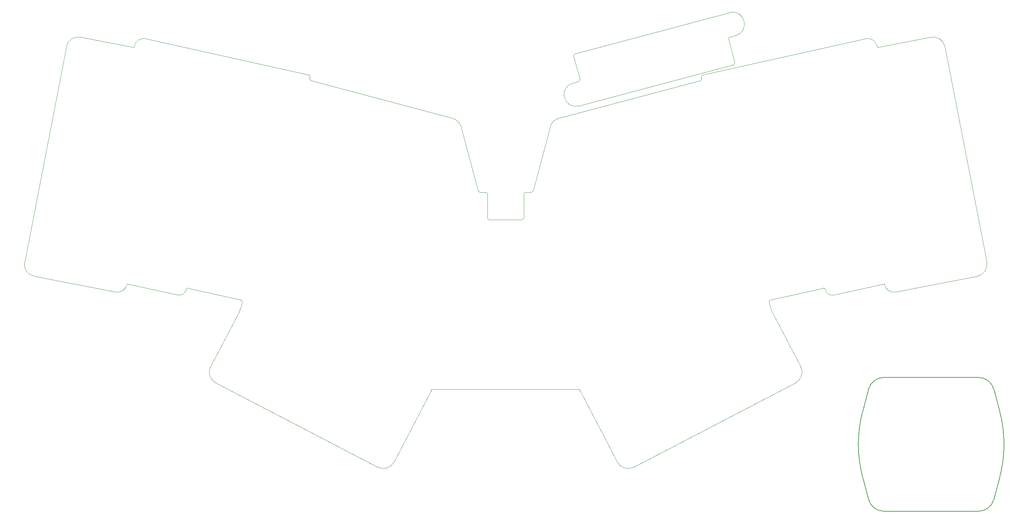
<source format=gbr>
G04 #@! TF.GenerationSoftware,KiCad,Pcbnew,8.0.3*
G04 #@! TF.CreationDate,2024-08-29T14:39:33+08:00*
G04 #@! TF.ProjectId,awkb_monosplit,61776b62-5f6d-46f6-9e6f-73706c69742e,rev?*
G04 #@! TF.SameCoordinates,Original*
G04 #@! TF.FileFunction,Profile,NP*
%FSLAX46Y46*%
G04 Gerber Fmt 4.6, Leading zero omitted, Abs format (unit mm)*
G04 Created by KiCad (PCBNEW 8.0.3) date 2024-08-29 14:39:33*
%MOMM*%
%LPD*%
G01*
G04 APERTURE LIST*
G04 #@! TA.AperFunction,Profile*
%ADD10C,0.100000*%
G04 #@! TD*
G04 #@! TA.AperFunction,Profile*
%ADD11C,0.150000*%
G04 #@! TD*
G04 APERTURE END LIST*
D10*
X155124800Y-66266753D02*
X156469541Y-66266753D01*
X248875544Y-91557709D02*
G75*
G02*
X245944437Y-89580666I-477144J2453909D01*
G01*
X131136116Y-116495126D02*
G75*
G02*
X131579621Y-116226019I443484J-230874D01*
G01*
X241155535Y-27331540D02*
X199974037Y-36461258D01*
D11*
X257831951Y-113218800D02*
X269831854Y-113218800D01*
D10*
X76496836Y-114568810D02*
G75*
G02*
X75221046Y-110522529I1385164J2661010D01*
G01*
X230986257Y-90868125D02*
X231008121Y-90966748D01*
X69013743Y-90868125D02*
G75*
G02*
X69490841Y-90564169I390657J-86775D01*
G01*
X28081801Y-84022520D02*
X38713665Y-29326322D01*
X54055546Y-89580663D02*
G75*
G02*
X51124452Y-91557729I-2454046J476963D01*
G01*
X161300400Y-49669603D02*
X156952503Y-65896162D01*
X167243837Y-31813762D02*
G75*
G02*
X167597387Y-31201377I483063J129362D01*
G01*
D11*
X269831854Y-113218800D02*
G75*
G02*
X273695527Y-116183532I-112J-4000103D01*
G01*
D10*
X121660597Y-134697428D02*
X131136116Y-116495126D01*
X224778950Y-110522531D02*
G75*
G02*
X223503162Y-114568806I-2660950J-1385269D01*
G01*
X150000000Y-116226000D02*
X131579621Y-116226000D01*
X217529386Y-96596250D02*
G75*
G02*
X217292647Y-95987459I2660614J1385050D01*
G01*
X100608703Y-37910267D02*
G75*
G02*
X100321695Y-37437317I103497J386367D01*
G01*
D11*
X240506884Y-138719831D02*
G75*
G02*
X240506886Y-121637769I31875558J8541028D01*
G01*
D10*
X82707360Y-95987461D02*
X83229817Y-94037625D01*
X136578280Y-47548284D02*
X100608703Y-37910267D01*
X233155044Y-92334491D02*
X245929263Y-89502515D01*
X166994303Y-38609919D02*
X168443197Y-38221688D01*
X233155044Y-92334491D02*
G75*
G02*
X231008163Y-90966739I-389644J1757191D01*
G01*
D11*
X241968345Y-116183524D02*
G75*
G02*
X245832048Y-113218808I3863697J-1035279D01*
G01*
X240506884Y-121637769D02*
X241968345Y-116183524D01*
D10*
X224778950Y-110522531D02*
X217529386Y-96596250D01*
X143530459Y-66266753D02*
X144875200Y-66266753D01*
X245929263Y-89502515D02*
X245944454Y-89580663D01*
X38713665Y-29326322D02*
G75*
G02*
X42230974Y-26953865I2944945J-572518D01*
G01*
D11*
X273695557Y-144174076D02*
G75*
G02*
X269831854Y-147138791I-3863615J1035173D01*
G01*
D10*
X100025963Y-36461258D02*
G75*
G02*
X100405894Y-37057629I-108363J-488242D01*
G01*
X244207969Y-29589870D02*
X244150701Y-29295255D01*
X199678288Y-37437321D02*
X199594110Y-37057628D01*
X168547217Y-44405474D02*
X207667220Y-33923300D01*
X154624800Y-66766753D02*
X154624800Y-72766753D01*
D11*
X245832048Y-147138800D02*
G75*
G02*
X241968320Y-144174083I-106J3999897D01*
G01*
D10*
X182385682Y-135973214D02*
X223503164Y-114568810D01*
X54070737Y-89502515D02*
X66844956Y-92334491D01*
X208270295Y-26514774D02*
X206821412Y-26903000D01*
X154624800Y-72766753D02*
G75*
G02*
X154124800Y-73266800I-500000J-47D01*
G01*
X216770183Y-94037625D02*
X217292640Y-95987461D01*
X261286335Y-29326322D02*
X271918199Y-84022520D01*
X241155535Y-27331540D02*
G75*
G02*
X244150713Y-29295253I540965J-2440960D01*
G01*
X257769026Y-26953867D02*
X244207969Y-29589870D01*
X182385682Y-135973214D02*
G75*
G02*
X178339405Y-134697427I-1385282J2660914D01*
G01*
X216770183Y-94037625D02*
G75*
G02*
X217069986Y-93543621I386317J103525D01*
G01*
X168796751Y-37609316D02*
X167243837Y-31813762D01*
X68991879Y-90966748D02*
G75*
G02*
X66844937Y-92334576I-1757379J389548D01*
G01*
X156952503Y-65896162D02*
G75*
G02*
X156469541Y-66266707I-482803J129262D01*
G01*
X121660597Y-134697428D02*
G75*
G02*
X117614336Y-135973179I-2660997J1385228D01*
G01*
X82707360Y-95987461D02*
G75*
G02*
X82470608Y-96596247I-2896660J776061D01*
G01*
D11*
X245832048Y-113218800D02*
X257831951Y-113218800D01*
D10*
X143047497Y-65896162D02*
X138699600Y-49669603D01*
X154624800Y-66766753D02*
G75*
G02*
X155124800Y-66266800I500000J-47D01*
G01*
X55849299Y-29295255D02*
X55792031Y-29589870D01*
X206467860Y-27515373D02*
X208020774Y-33310928D01*
X55849299Y-29295255D02*
G75*
G02*
X58844461Y-27331556I2454001J-476945D01*
G01*
X30454256Y-87539829D02*
G75*
G02*
X28081798Y-84022519I572344J2944829D01*
G01*
X168796751Y-37609316D02*
G75*
G02*
X168443205Y-38221719I-483051J-129384D01*
G01*
X230509162Y-90564182D02*
G75*
G02*
X230986254Y-90868126I86638J-390418D01*
G01*
X208020774Y-33310928D02*
G75*
G02*
X207667224Y-33923314I-482874J-129472D01*
G01*
X257769026Y-26953867D02*
G75*
G02*
X261286314Y-29326326I572374J-2944933D01*
G01*
D11*
X245832048Y-147138800D02*
X257831951Y-147138800D01*
D10*
X136578280Y-47548284D02*
G75*
G02*
X138699611Y-49669600I-776480J-2897816D01*
G01*
X143530459Y-66266753D02*
G75*
G02*
X143047518Y-65896156I141J500153D01*
G01*
X100405890Y-37057628D02*
X100321712Y-37437321D01*
X145375200Y-72766753D02*
X145375200Y-66766753D01*
D11*
X275157018Y-121637769D02*
G75*
G02*
X275157019Y-138719831I-31875576J-8541034D01*
G01*
D10*
X144875200Y-66266753D02*
G75*
G02*
X145375147Y-66766753I0J-499947D01*
G01*
X206717380Y-20719220D02*
G75*
G02*
X208270291Y-26514761I776420J-2897780D01*
G01*
D11*
X257831951Y-147138800D02*
X269831854Y-147138800D01*
D10*
X68991879Y-90966748D02*
X69013743Y-90868125D01*
X55792031Y-29589870D02*
X42230974Y-26953867D01*
X76496836Y-114568810D02*
X117614318Y-135973214D01*
X54055546Y-89580663D02*
X54070737Y-89502515D01*
X168420379Y-116226000D02*
G75*
G02*
X168863853Y-116495142I21J-499900D01*
G01*
X150000000Y-73266753D02*
X154124800Y-73266753D01*
X199594110Y-37057628D02*
G75*
G02*
X199974045Y-36461294I488090J108228D01*
G01*
X168547217Y-44405474D02*
G75*
G02*
X166994297Y-38609896I-776517J2897774D01*
G01*
X161300400Y-49669603D02*
G75*
G02*
X163421723Y-47548295I2897800J-776497D01*
G01*
X178339403Y-134697428D02*
X168863884Y-116495126D01*
X199391297Y-37910267D02*
X163421720Y-47548284D01*
D11*
X240506884Y-138719831D02*
X241968345Y-144174076D01*
D10*
X271918199Y-84022520D02*
G75*
G02*
X269545743Y-87539826I-2944799J-572480D01*
G01*
X82930024Y-93543578D02*
G75*
G02*
X83229741Y-94037605I-86524J-390422D01*
G01*
X145875200Y-73266753D02*
X150000000Y-73266753D01*
D11*
X273695557Y-116183524D02*
X275157018Y-121637769D01*
D10*
X69490838Y-90564182D02*
X82930024Y-93543578D01*
X30454256Y-87539829D02*
X51124456Y-91557709D01*
X82470614Y-96596250D02*
X75221050Y-110522531D01*
X217069976Y-93543578D02*
X230509162Y-90564182D01*
X100025963Y-36461258D02*
X58844465Y-27331540D01*
D11*
X273695557Y-144174076D02*
X275157018Y-138719831D01*
D10*
X248875544Y-91557709D02*
X269545744Y-87539829D01*
X206717380Y-20719220D02*
X167597390Y-31201389D01*
X150000000Y-116226000D02*
X168420379Y-116226000D01*
X145875200Y-73266753D02*
G75*
G02*
X145375147Y-72766753I0J500053D01*
G01*
X206467860Y-27515373D02*
G75*
G02*
X206821410Y-26902991I483040J129373D01*
G01*
X199678288Y-37437321D02*
G75*
G02*
X199391292Y-37910250I-390488J-86579D01*
G01*
M02*

</source>
